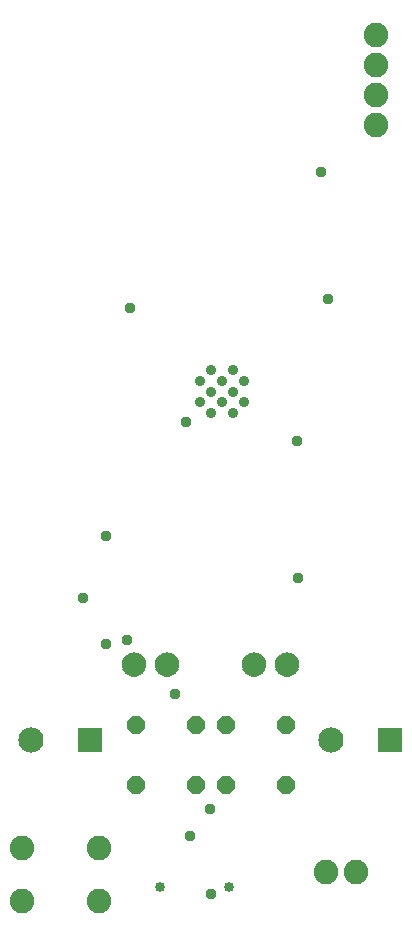
<source format=gbs>
G75*
%MOIN*%
%OFA0B0*%
%FSLAX25Y25*%
%IPPOS*%
%LPD*%
%AMOC8*
5,1,8,0,0,1.08239X$1,22.5*
%
%ADD10C,0.08400*%
%ADD11R,0.08400X0.08400*%
%ADD12C,0.00500*%
%ADD13C,0.08200*%
%ADD14C,0.03359*%
%ADD15OC8,0.06000*%
%ADD16C,0.03587*%
%ADD17C,0.03778*%
D10*
X0024667Y0077020D03*
X0124667Y0077020D03*
D11*
X0144353Y0077020D03*
X0044353Y0077020D03*
D12*
X0056920Y0098887D02*
X0056352Y0099341D01*
X0055883Y0099897D01*
X0055532Y0100534D01*
X0055311Y0101227D01*
X0055230Y0101950D01*
X0055280Y0102610D01*
X0055444Y0103251D01*
X0055716Y0103853D01*
X0056089Y0104400D01*
X0056551Y0104873D01*
X0057089Y0105259D01*
X0057685Y0105546D01*
X0058322Y0105725D01*
X0058980Y0105790D01*
X0059638Y0105723D01*
X0060275Y0105542D01*
X0060870Y0105254D01*
X0061407Y0104867D01*
X0061868Y0104392D01*
X0062239Y0103845D01*
X0062510Y0103241D01*
X0062672Y0102600D01*
X0062720Y0101940D01*
X0062642Y0101220D01*
X0062424Y0100530D01*
X0062076Y0099896D01*
X0061611Y0099342D01*
X0061047Y0098889D01*
X0060405Y0098555D01*
X0059711Y0098353D01*
X0058990Y0098290D01*
X0058265Y0098351D01*
X0057566Y0098553D01*
X0056920Y0098887D01*
X0057165Y0098761D02*
X0060801Y0098761D01*
X0061509Y0099259D02*
X0056454Y0099259D01*
X0056001Y0099758D02*
X0061960Y0099758D01*
X0062274Y0100256D02*
X0055685Y0100256D01*
X0055462Y0100755D02*
X0062495Y0100755D01*
X0062645Y0101254D02*
X0055308Y0101254D01*
X0055253Y0101752D02*
X0062700Y0101752D01*
X0062698Y0102251D02*
X0055253Y0102251D01*
X0055316Y0102749D02*
X0062634Y0102749D01*
X0062507Y0103248D02*
X0055443Y0103248D01*
X0055668Y0103746D02*
X0062284Y0103746D01*
X0061968Y0104245D02*
X0055983Y0104245D01*
X0056424Y0104743D02*
X0061527Y0104743D01*
X0060888Y0105242D02*
X0057064Y0105242D01*
X0058478Y0105740D02*
X0059469Y0105740D01*
X0066464Y0103251D02*
X0066736Y0103853D01*
X0067109Y0104400D01*
X0067571Y0104873D01*
X0068109Y0105259D01*
X0068705Y0105546D01*
X0069342Y0105725D01*
X0070000Y0105790D01*
X0070658Y0105723D01*
X0071295Y0105542D01*
X0071890Y0105254D01*
X0072427Y0104867D01*
X0072888Y0104392D01*
X0073259Y0103845D01*
X0073530Y0103241D01*
X0073692Y0102600D01*
X0073740Y0101940D01*
X0073662Y0101220D01*
X0073444Y0100530D01*
X0073096Y0099896D01*
X0072631Y0099342D01*
X0072067Y0098889D01*
X0071425Y0098555D01*
X0070731Y0098353D01*
X0070010Y0098290D01*
X0069285Y0098351D01*
X0068587Y0098553D01*
X0067941Y0098887D01*
X0067372Y0099341D01*
X0066903Y0099897D01*
X0066552Y0100534D01*
X0066332Y0101227D01*
X0066251Y0101950D01*
X0066300Y0102610D01*
X0066464Y0103251D01*
X0066463Y0103248D02*
X0073527Y0103248D01*
X0073654Y0102749D02*
X0066336Y0102749D01*
X0066273Y0102251D02*
X0073718Y0102251D01*
X0073720Y0101752D02*
X0066273Y0101752D01*
X0066329Y0101254D02*
X0073665Y0101254D01*
X0073515Y0100755D02*
X0066482Y0100755D01*
X0066705Y0100256D02*
X0073294Y0100256D01*
X0072980Y0099758D02*
X0067021Y0099758D01*
X0067475Y0099259D02*
X0072529Y0099259D01*
X0071821Y0098761D02*
X0068185Y0098761D01*
X0066688Y0103746D02*
X0073304Y0103746D01*
X0072988Y0104245D02*
X0067003Y0104245D01*
X0067444Y0104743D02*
X0072547Y0104743D01*
X0071908Y0105242D02*
X0068084Y0105242D01*
X0069498Y0105740D02*
X0070489Y0105740D01*
X0095280Y0102610D02*
X0095444Y0103251D01*
X0095716Y0103853D01*
X0096089Y0104400D01*
X0096551Y0104873D01*
X0097089Y0105259D01*
X0097685Y0105546D01*
X0098322Y0105725D01*
X0098980Y0105790D01*
X0099638Y0105723D01*
X0100275Y0105542D01*
X0100870Y0105254D01*
X0101407Y0104867D01*
X0101868Y0104392D01*
X0102239Y0103845D01*
X0102510Y0103241D01*
X0102672Y0102600D01*
X0102720Y0101940D01*
X0102642Y0101220D01*
X0102424Y0100530D01*
X0102076Y0099896D01*
X0101611Y0099342D01*
X0101047Y0098889D01*
X0100405Y0098555D01*
X0099711Y0098353D01*
X0098990Y0098290D01*
X0098265Y0098351D01*
X0097566Y0098553D01*
X0096920Y0098887D01*
X0096352Y0099341D01*
X0095883Y0099897D01*
X0095532Y0100534D01*
X0095311Y0101227D01*
X0095230Y0101950D01*
X0095280Y0102610D01*
X0095316Y0102749D02*
X0102634Y0102749D01*
X0102698Y0102251D02*
X0095253Y0102251D01*
X0095253Y0101752D02*
X0102700Y0101752D01*
X0102645Y0101254D02*
X0095308Y0101254D01*
X0095462Y0100755D02*
X0102495Y0100755D01*
X0102274Y0100256D02*
X0095685Y0100256D01*
X0096001Y0099758D02*
X0101960Y0099758D01*
X0101509Y0099259D02*
X0096454Y0099259D01*
X0097165Y0098761D02*
X0100801Y0098761D01*
X0102507Y0103248D02*
X0095443Y0103248D01*
X0095668Y0103746D02*
X0102284Y0103746D01*
X0101968Y0104245D02*
X0095983Y0104245D01*
X0096424Y0104743D02*
X0101527Y0104743D01*
X0100888Y0105242D02*
X0097064Y0105242D01*
X0098478Y0105740D02*
X0099469Y0105740D01*
X0106464Y0103251D02*
X0106736Y0103853D01*
X0107109Y0104400D01*
X0107571Y0104873D01*
X0108109Y0105259D01*
X0108705Y0105546D01*
X0109342Y0105725D01*
X0110000Y0105790D01*
X0110658Y0105723D01*
X0111295Y0105542D01*
X0111890Y0105254D01*
X0112427Y0104867D01*
X0112888Y0104392D01*
X0113259Y0103845D01*
X0113530Y0103241D01*
X0113692Y0102600D01*
X0113740Y0101940D01*
X0113662Y0101220D01*
X0113444Y0100530D01*
X0113096Y0099896D01*
X0112631Y0099342D01*
X0112067Y0098889D01*
X0111425Y0098555D01*
X0110731Y0098353D01*
X0110010Y0098290D01*
X0109285Y0098351D01*
X0108587Y0098553D01*
X0107941Y0098887D01*
X0107372Y0099341D01*
X0106903Y0099897D01*
X0106552Y0100534D01*
X0106332Y0101227D01*
X0106251Y0101950D01*
X0106300Y0102610D01*
X0106464Y0103251D01*
X0106463Y0103248D02*
X0113527Y0103248D01*
X0113654Y0102749D02*
X0106336Y0102749D01*
X0106273Y0102251D02*
X0113718Y0102251D01*
X0113720Y0101752D02*
X0106273Y0101752D01*
X0106329Y0101254D02*
X0113665Y0101254D01*
X0113515Y0100755D02*
X0106482Y0100755D01*
X0106705Y0100256D02*
X0113294Y0100256D01*
X0112980Y0099758D02*
X0107021Y0099758D01*
X0107475Y0099259D02*
X0112529Y0099259D01*
X0111821Y0098761D02*
X0108185Y0098761D01*
X0106688Y0103746D02*
X0113304Y0103746D01*
X0112988Y0104245D02*
X0107003Y0104245D01*
X0107444Y0104743D02*
X0112547Y0104743D01*
X0111908Y0105242D02*
X0108084Y0105242D01*
X0109498Y0105740D02*
X0110489Y0105740D01*
D13*
X0021710Y0023120D03*
X0021710Y0040920D03*
X0047310Y0040920D03*
X0047310Y0023120D03*
X0123120Y0032760D03*
X0133120Y0032760D03*
X0139510Y0282020D03*
X0139510Y0292020D03*
X0139510Y0302020D03*
X0139510Y0312020D03*
D14*
X0090588Y0027881D03*
X0067832Y0027881D03*
D15*
X0059510Y0062020D03*
X0059510Y0082020D03*
X0079510Y0082020D03*
X0089510Y0082020D03*
X0089510Y0062020D03*
X0079510Y0062020D03*
X0109510Y0062020D03*
X0109510Y0082020D03*
D16*
X0091941Y0185859D03*
X0088329Y0189471D03*
X0091941Y0193083D03*
X0088329Y0196695D03*
X0084717Y0193083D03*
X0081104Y0196695D03*
X0084717Y0200307D03*
X0081104Y0189471D03*
X0084717Y0185859D03*
X0091941Y0200307D03*
X0095553Y0196695D03*
X0095553Y0189471D03*
D17*
X0076310Y0183020D03*
X0057600Y0220950D03*
X0049600Y0144890D03*
X0042110Y0124220D03*
X0049600Y0108960D03*
X0056549Y0110100D03*
X0072790Y0092140D03*
X0084200Y0054030D03*
X0077805Y0045070D03*
X0084520Y0025470D03*
X0113700Y0130970D03*
X0113480Y0176530D03*
X0123690Y0223870D03*
X0121310Y0266420D03*
M02*

</source>
